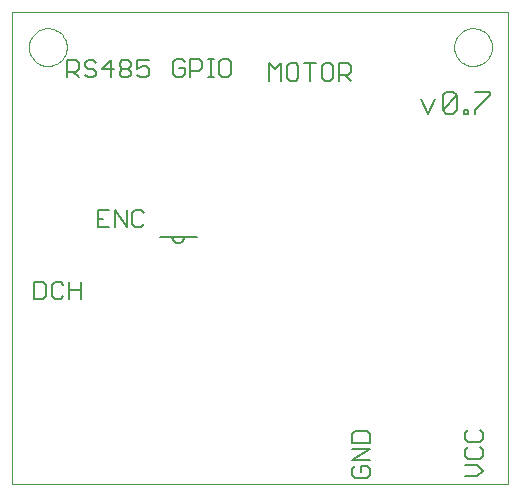
<source format=gto>
G04 This is an RS-274x file exported by *
G04 gerbv version 2.6.1 *
G04 More information is available about gerbv at *
G04 http://gerbv.geda-project.org/ *
G04 --End of header info--*
%MOIN*%
%FSLAX34Y34*%
%IPPOS*%
G04 --Define apertures--*
%ADD10C,0.0000*%
%ADD11C,0.0050*%
%ADD12C,0.0060*%
%ADD13C,0.0020*%
%ADD14R,0.0059X0.0118*%
%ADD15R,0.0118X0.0118*%
%ADD16C,0.0080*%
%ADD17C,0.0040*%
G04 --Start main section--*
G54D10*
G01X0000159Y0001847D02*
G01X0000159Y0017595D01*
G01X0000159Y0017595D02*
G01X0016694Y0017595D01*
G01X0016694Y0017595D02*
G01X0016694Y0001847D01*
G01X0016694Y0001847D02*
G01X0000159Y0001847D01*
G01X0000710Y0016414D02*
G01X0000712Y0016464D01*
G01X0000712Y0016464D02*
G01X0000718Y0016514D01*
G01X0000718Y0016514D02*
G01X0000728Y0016563D01*
G01X0000728Y0016563D02*
G01X0000742Y0016611D01*
G01X0000742Y0016611D02*
G01X0000759Y0016658D01*
G01X0000759Y0016658D02*
G01X0000780Y0016703D01*
G01X0000780Y0016703D02*
G01X0000805Y0016747D01*
G01X0000805Y0016747D02*
G01X0000833Y0016788D01*
G01X0000833Y0016788D02*
G01X0000865Y0016827D01*
G01X0000865Y0016827D02*
G01X0000899Y0016864D01*
G01X0000899Y0016864D02*
G01X0000936Y0016898D01*
G01X0000936Y0016898D02*
G01X0000976Y0016928D01*
G01X0000976Y0016928D02*
G01X0001018Y0016955D01*
G01X0001018Y0016955D02*
G01X0001062Y0016979D01*
G01X0001062Y0016979D02*
G01X0001108Y0017000D01*
G01X0001108Y0017000D02*
G01X0001155Y0017016D01*
G01X0001155Y0017016D02*
G01X0001203Y0017029D01*
G01X0001203Y0017029D02*
G01X0001253Y0017038D01*
G01X0001253Y0017038D02*
G01X0001302Y0017043D01*
G01X0001302Y0017043D02*
G01X0001353Y0017044D01*
G01X0001353Y0017044D02*
G01X0001403Y0017041D01*
G01X0001403Y0017041D02*
G01X0001452Y0017034D01*
G01X0001452Y0017034D02*
G01X0001501Y0017023D01*
G01X0001501Y0017023D02*
G01X0001549Y0017008D01*
G01X0001549Y0017008D02*
G01X0001595Y0016990D01*
G01X0001595Y0016990D02*
G01X0001640Y0016968D01*
G01X0001640Y0016968D02*
G01X0001683Y0016942D01*
G01X0001683Y0016942D02*
G01X0001724Y0016913D01*
G01X0001724Y0016913D02*
G01X0001763Y0016881D01*
G01X0001763Y0016881D02*
G01X0001799Y0016846D01*
G01X0001799Y0016846D02*
G01X0001831Y0016808D01*
G01X0001831Y0016808D02*
G01X0001861Y0016768D01*
G01X0001861Y0016768D02*
G01X0001888Y0016725D01*
G01X0001888Y0016725D02*
G01X0001911Y0016681D01*
G01X0001911Y0016681D02*
G01X0001930Y0016635D01*
G01X0001930Y0016635D02*
G01X0001946Y0016587D01*
G01X0001946Y0016587D02*
G01X0001958Y0016538D01*
G01X0001958Y0016538D02*
G01X0001966Y0016489D01*
G01X0001966Y0016489D02*
G01X0001970Y0016439D01*
G01X0001970Y0016439D02*
G01X0001970Y0016389D01*
G01X0001970Y0016389D02*
G01X0001966Y0016339D01*
G01X0001966Y0016339D02*
G01X0001958Y0016290D01*
G01X0001958Y0016290D02*
G01X0001946Y0016241D01*
G01X0001946Y0016241D02*
G01X0001930Y0016193D01*
G01X0001930Y0016193D02*
G01X0001911Y0016147D01*
G01X0001911Y0016147D02*
G01X0001888Y0016103D01*
G01X0001888Y0016103D02*
G01X0001861Y0016060D01*
G01X0001861Y0016060D02*
G01X0001831Y0016020D01*
G01X0001831Y0016020D02*
G01X0001799Y0015982D01*
G01X0001799Y0015982D02*
G01X0001763Y0015947D01*
G01X0001763Y0015947D02*
G01X0001724Y0015915D01*
G01X0001724Y0015915D02*
G01X0001683Y0015886D01*
G01X0001683Y0015886D02*
G01X0001640Y0015860D01*
G01X0001640Y0015860D02*
G01X0001595Y0015838D01*
G01X0001595Y0015838D02*
G01X0001549Y0015820D01*
G01X0001549Y0015820D02*
G01X0001501Y0015805D01*
G01X0001501Y0015805D02*
G01X0001452Y0015794D01*
G01X0001452Y0015794D02*
G01X0001403Y0015787D01*
G01X0001403Y0015787D02*
G01X0001353Y0015784D01*
G01X0001353Y0015784D02*
G01X0001302Y0015785D01*
G01X0001302Y0015785D02*
G01X0001253Y0015790D01*
G01X0001253Y0015790D02*
G01X0001203Y0015799D01*
G01X0001203Y0015799D02*
G01X0001155Y0015812D01*
G01X0001155Y0015812D02*
G01X0001108Y0015828D01*
G01X0001108Y0015828D02*
G01X0001062Y0015849D01*
G01X0001062Y0015849D02*
G01X0001018Y0015873D01*
G01X0001018Y0015873D02*
G01X0000976Y0015900D01*
G01X0000976Y0015900D02*
G01X0000936Y0015930D01*
G01X0000936Y0015930D02*
G01X0000899Y0015964D01*
G01X0000899Y0015964D02*
G01X0000865Y0016001D01*
G01X0000865Y0016001D02*
G01X0000833Y0016040D01*
G01X0000833Y0016040D02*
G01X0000805Y0016081D01*
G01X0000805Y0016081D02*
G01X0000780Y0016125D01*
G01X0000780Y0016125D02*
G01X0000759Y0016170D01*
G01X0000759Y0016170D02*
G01X0000742Y0016217D01*
G01X0000742Y0016217D02*
G01X0000728Y0016265D01*
G01X0000728Y0016265D02*
G01X0000718Y0016314D01*
G01X0000718Y0016314D02*
G01X0000712Y0016364D01*
G01X0000712Y0016364D02*
G01X0000710Y0016414D01*
G01X0014883Y0016414D02*
G01X0014885Y0016464D01*
G01X0014885Y0016464D02*
G01X0014891Y0016514D01*
G01X0014891Y0016514D02*
G01X0014901Y0016563D01*
G01X0014901Y0016563D02*
G01X0014915Y0016611D01*
G01X0014915Y0016611D02*
G01X0014932Y0016658D01*
G01X0014932Y0016658D02*
G01X0014953Y0016703D01*
G01X0014953Y0016703D02*
G01X0014978Y0016747D01*
G01X0014978Y0016747D02*
G01X0015006Y0016788D01*
G01X0015006Y0016788D02*
G01X0015038Y0016827D01*
G01X0015038Y0016827D02*
G01X0015072Y0016864D01*
G01X0015072Y0016864D02*
G01X0015109Y0016898D01*
G01X0015109Y0016898D02*
G01X0015149Y0016928D01*
G01X0015149Y0016928D02*
G01X0015191Y0016955D01*
G01X0015191Y0016955D02*
G01X0015235Y0016979D01*
G01X0015235Y0016979D02*
G01X0015281Y0017000D01*
G01X0015281Y0017000D02*
G01X0015328Y0017016D01*
G01X0015328Y0017016D02*
G01X0015376Y0017029D01*
G01X0015376Y0017029D02*
G01X0015426Y0017038D01*
G01X0015426Y0017038D02*
G01X0015475Y0017043D01*
G01X0015475Y0017043D02*
G01X0015526Y0017044D01*
G01X0015526Y0017044D02*
G01X0015576Y0017041D01*
G01X0015576Y0017041D02*
G01X0015625Y0017034D01*
G01X0015625Y0017034D02*
G01X0015674Y0017023D01*
G01X0015674Y0017023D02*
G01X0015722Y0017008D01*
G01X0015722Y0017008D02*
G01X0015768Y0016990D01*
G01X0015768Y0016990D02*
G01X0015813Y0016968D01*
G01X0015813Y0016968D02*
G01X0015856Y0016942D01*
G01X0015856Y0016942D02*
G01X0015897Y0016913D01*
G01X0015897Y0016913D02*
G01X0015936Y0016881D01*
G01X0015936Y0016881D02*
G01X0015972Y0016846D01*
G01X0015972Y0016846D02*
G01X0016004Y0016808D01*
G01X0016004Y0016808D02*
G01X0016034Y0016768D01*
G01X0016034Y0016768D02*
G01X0016061Y0016725D01*
G01X0016061Y0016725D02*
G01X0016084Y0016681D01*
G01X0016084Y0016681D02*
G01X0016103Y0016635D01*
G01X0016103Y0016635D02*
G01X0016119Y0016587D01*
G01X0016119Y0016587D02*
G01X0016131Y0016538D01*
G01X0016131Y0016538D02*
G01X0016139Y0016489D01*
G01X0016139Y0016489D02*
G01X0016143Y0016439D01*
G01X0016143Y0016439D02*
G01X0016143Y0016389D01*
G01X0016143Y0016389D02*
G01X0016139Y0016339D01*
G01X0016139Y0016339D02*
G01X0016131Y0016290D01*
G01X0016131Y0016290D02*
G01X0016119Y0016241D01*
G01X0016119Y0016241D02*
G01X0016103Y0016193D01*
G01X0016103Y0016193D02*
G01X0016084Y0016147D01*
G01X0016084Y0016147D02*
G01X0016061Y0016103D01*
G01X0016061Y0016103D02*
G01X0016034Y0016060D01*
G01X0016034Y0016060D02*
G01X0016004Y0016020D01*
G01X0016004Y0016020D02*
G01X0015972Y0015982D01*
G01X0015972Y0015982D02*
G01X0015936Y0015947D01*
G01X0015936Y0015947D02*
G01X0015897Y0015915D01*
G01X0015897Y0015915D02*
G01X0015856Y0015886D01*
G01X0015856Y0015886D02*
G01X0015813Y0015860D01*
G01X0015813Y0015860D02*
G01X0015768Y0015838D01*
G01X0015768Y0015838D02*
G01X0015722Y0015820D01*
G01X0015722Y0015820D02*
G01X0015674Y0015805D01*
G01X0015674Y0015805D02*
G01X0015625Y0015794D01*
G01X0015625Y0015794D02*
G01X0015576Y0015787D01*
G01X0015576Y0015787D02*
G01X0015526Y0015784D01*
G01X0015526Y0015784D02*
G01X0015475Y0015785D01*
G01X0015475Y0015785D02*
G01X0015426Y0015790D01*
G01X0015426Y0015790D02*
G01X0015376Y0015799D01*
G01X0015376Y0015799D02*
G01X0015328Y0015812D01*
G01X0015328Y0015812D02*
G01X0015281Y0015828D01*
G01X0015281Y0015828D02*
G01X0015235Y0015849D01*
G01X0015235Y0015849D02*
G01X0015191Y0015873D01*
G01X0015191Y0015873D02*
G01X0015149Y0015900D01*
G01X0015149Y0015900D02*
G01X0015109Y0015930D01*
G01X0015109Y0015930D02*
G01X0015072Y0015964D01*
G01X0015072Y0015964D02*
G01X0015038Y0016001D01*
G01X0015038Y0016001D02*
G01X0015006Y0016040D01*
G01X0015006Y0016040D02*
G01X0014978Y0016081D01*
G01X0014978Y0016081D02*
G01X0014953Y0016125D01*
G01X0014953Y0016125D02*
G01X0014932Y0016170D01*
G01X0014932Y0016170D02*
G01X0014915Y0016217D01*
G01X0014915Y0016217D02*
G01X0014901Y0016265D01*
G01X0014901Y0016265D02*
G01X0014891Y0016314D01*
G01X0014891Y0016314D02*
G01X0014885Y0016364D01*
G01X0014885Y0016364D02*
G01X0014883Y0016414D01*
G54D11*
G01X0011434Y0015781D02*
G01X0011434Y0015588D01*
G01X0011434Y0015588D02*
G01X0011338Y0015491D01*
G01X0011338Y0015491D02*
G01X0011047Y0015491D01*
G01X0011047Y0015298D02*
G01X0011047Y0015878D01*
G01X0011047Y0015878D02*
G01X0011338Y0015878D01*
G01X0011338Y0015878D02*
G01X0011434Y0015781D01*
G01X0011241Y0015491D02*
G01X0011434Y0015298D01*
G01X0010854Y0015394D02*
G01X0010854Y0015781D01*
G01X0010854Y0015781D02*
G01X0010758Y0015878D01*
G01X0010758Y0015878D02*
G01X0010564Y0015878D01*
G01X0010564Y0015878D02*
G01X0010467Y0015781D01*
G01X0010467Y0015781D02*
G01X0010467Y0015394D01*
G01X0010467Y0015394D02*
G01X0010564Y0015298D01*
G01X0010564Y0015298D02*
G01X0010758Y0015298D01*
G01X0010758Y0015298D02*
G01X0010854Y0015394D01*
G01X0010274Y0015878D02*
G01X0009887Y0015878D01*
G01X0010081Y0015878D02*
G01X0010081Y0015298D01*
G01X0009694Y0015394D02*
G01X0009694Y0015781D01*
G01X0009694Y0015781D02*
G01X0009598Y0015878D01*
G01X0009598Y0015878D02*
G01X0009404Y0015878D01*
G01X0009404Y0015878D02*
G01X0009307Y0015781D01*
G01X0009307Y0015781D02*
G01X0009307Y0015394D01*
G01X0009307Y0015394D02*
G01X0009404Y0015298D01*
G01X0009404Y0015298D02*
G01X0009598Y0015298D01*
G01X0009598Y0015298D02*
G01X0009694Y0015394D01*
G01X0009114Y0015298D02*
G01X0009114Y0015878D01*
G01X0009114Y0015878D02*
G01X0008921Y0015685D01*
G01X0008921Y0015685D02*
G01X0008727Y0015878D01*
G01X0008727Y0015878D02*
G01X0008727Y0015298D01*
G01X0007444Y0015520D02*
G01X0007444Y0015907D01*
G01X0007444Y0015907D02*
G01X0007348Y0016004D01*
G01X0007348Y0016004D02*
G01X0007154Y0016004D01*
G01X0007154Y0016004D02*
G01X0007058Y0015907D01*
G01X0007058Y0015907D02*
G01X0007058Y0015520D01*
G01X0007058Y0015520D02*
G01X0007154Y0015424D01*
G01X0007154Y0015424D02*
G01X0007348Y0015424D01*
G01X0007348Y0015424D02*
G01X0007444Y0015520D01*
G01X0006864Y0015424D02*
G01X0006671Y0015424D01*
G01X0006768Y0015424D02*
G01X0006768Y0016004D01*
G01X0006864Y0016004D02*
G01X0006671Y0016004D01*
G01X0006478Y0015907D02*
G01X0006478Y0015714D01*
G01X0006478Y0015714D02*
G01X0006381Y0015617D01*
G01X0006381Y0015617D02*
G01X0006091Y0015617D01*
G01X0006091Y0015424D02*
G01X0006091Y0016004D01*
G01X0006091Y0016004D02*
G01X0006381Y0016004D01*
G01X0006381Y0016004D02*
G01X0006478Y0015907D01*
G01X0005898Y0015907D02*
G01X0005801Y0016004D01*
G01X0005801Y0016004D02*
G01X0005608Y0016004D01*
G01X0005608Y0016004D02*
G01X0005511Y0015907D01*
G01X0005511Y0015907D02*
G01X0005511Y0015520D01*
G01X0005511Y0015520D02*
G01X0005608Y0015424D01*
G01X0005608Y0015424D02*
G01X0005801Y0015424D01*
G01X0005801Y0015424D02*
G01X0005898Y0015520D01*
G01X0005898Y0015520D02*
G01X0005898Y0015714D01*
G01X0005898Y0015714D02*
G01X0005704Y0015714D01*
G01X0004698Y0015694D02*
G01X0004698Y0015501D01*
G01X0004698Y0015501D02*
G01X0004601Y0015404D01*
G01X0004601Y0015404D02*
G01X0004408Y0015404D01*
G01X0004408Y0015404D02*
G01X0004311Y0015501D01*
G01X0004118Y0015501D02*
G01X0004021Y0015404D01*
G01X0004021Y0015404D02*
G01X0003828Y0015404D01*
G01X0003828Y0015404D02*
G01X0003731Y0015501D01*
G01X0003731Y0015501D02*
G01X0003731Y0015597D01*
G01X0003731Y0015597D02*
G01X0003828Y0015694D01*
G01X0003828Y0015694D02*
G01X0004021Y0015694D01*
G01X0004021Y0015694D02*
G01X0004118Y0015597D01*
G01X0004118Y0015597D02*
G01X0004118Y0015501D01*
G01X0004021Y0015694D02*
G01X0004118Y0015791D01*
G01X0004118Y0015791D02*
G01X0004118Y0015888D01*
G01X0004118Y0015888D02*
G01X0004021Y0015984D01*
G01X0004021Y0015984D02*
G01X0003828Y0015984D01*
G01X0003828Y0015984D02*
G01X0003731Y0015888D01*
G01X0003731Y0015888D02*
G01X0003731Y0015791D01*
G01X0003731Y0015791D02*
G01X0003828Y0015694D01*
G01X0003538Y0015694D02*
G01X0003151Y0015694D01*
G01X0003151Y0015694D02*
G01X0003441Y0015984D01*
G01X0003441Y0015984D02*
G01X0003441Y0015404D01*
G01X0002958Y0015501D02*
G01X0002861Y0015404D01*
G01X0002861Y0015404D02*
G01X0002668Y0015404D01*
G01X0002668Y0015404D02*
G01X0002571Y0015501D01*
G01X0002378Y0015404D02*
G01X0002185Y0015597D01*
G01X0002281Y0015597D02*
G01X0001991Y0015597D01*
G01X0001991Y0015404D02*
G01X0001991Y0015984D01*
G01X0001991Y0015984D02*
G01X0002281Y0015984D01*
G01X0002281Y0015984D02*
G01X0002378Y0015888D01*
G01X0002378Y0015888D02*
G01X0002378Y0015694D01*
G01X0002378Y0015694D02*
G01X0002281Y0015597D01*
G01X0002571Y0015791D02*
G01X0002571Y0015888D01*
G01X0002571Y0015888D02*
G01X0002668Y0015984D01*
G01X0002668Y0015984D02*
G01X0002861Y0015984D01*
G01X0002861Y0015984D02*
G01X0002958Y0015888D01*
G01X0002861Y0015694D02*
G01X0002958Y0015597D01*
G01X0002958Y0015597D02*
G01X0002958Y0015501D01*
G01X0002861Y0015694D02*
G01X0002668Y0015694D01*
G01X0002668Y0015694D02*
G01X0002571Y0015791D01*
G01X0004311Y0015694D02*
G01X0004505Y0015791D01*
G01X0004505Y0015791D02*
G01X0004601Y0015791D01*
G01X0004601Y0015791D02*
G01X0004698Y0015694D01*
G01X0004698Y0015984D02*
G01X0004311Y0015984D01*
G01X0004311Y0015984D02*
G01X0004311Y0015694D01*
G01X0004449Y0010992D02*
G01X0004256Y0010992D01*
G01X0004256Y0010992D02*
G01X0004159Y0010895D01*
G01X0004159Y0010895D02*
G01X0004159Y0010508D01*
G01X0004159Y0010508D02*
G01X0004256Y0010412D01*
G01X0004256Y0010412D02*
G01X0004449Y0010412D01*
G01X0004449Y0010412D02*
G01X0004546Y0010508D01*
G01X0004546Y0010895D02*
G01X0004449Y0010992D01*
G01X0003966Y0010992D02*
G01X0003966Y0010412D01*
G01X0003966Y0010412D02*
G01X0003579Y0010992D01*
G01X0003579Y0010992D02*
G01X0003579Y0010412D01*
G01X0003386Y0010412D02*
G01X0002999Y0010412D01*
G01X0002999Y0010412D02*
G01X0002999Y0010992D01*
G01X0002999Y0010992D02*
G01X0003386Y0010992D01*
G01X0003192Y0010702D02*
G01X0002999Y0010702D01*
G01X0002440Y0008595D02*
G01X0002440Y0008014D01*
G01X0002440Y0008304D02*
G01X0002053Y0008304D01*
G01X0001860Y0008111D02*
G01X0001763Y0008014D01*
G01X0001763Y0008014D02*
G01X0001569Y0008014D01*
G01X0001569Y0008014D02*
G01X0001473Y0008111D01*
G01X0001473Y0008111D02*
G01X0001473Y0008498D01*
G01X0001473Y0008498D02*
G01X0001569Y0008595D01*
G01X0001569Y0008595D02*
G01X0001763Y0008595D01*
G01X0001763Y0008595D02*
G01X0001860Y0008498D01*
G01X0002053Y0008595D02*
G01X0002053Y0008014D01*
G01X0001280Y0008111D02*
G01X0001280Y0008498D01*
G01X0001280Y0008498D02*
G01X0001183Y0008595D01*
G01X0001183Y0008595D02*
G01X0000893Y0008595D01*
G01X0000893Y0008595D02*
G01X0000893Y0008014D01*
G01X0000893Y0008014D02*
G01X0001183Y0008014D01*
G01X0001183Y0008014D02*
G01X0001280Y0008111D01*
G01X0011483Y0003519D02*
G01X0011483Y0003229D01*
G01X0011483Y0003229D02*
G01X0012063Y0003229D01*
G01X0012063Y0003229D02*
G01X0012063Y0003519D01*
G01X0012063Y0003519D02*
G01X0011966Y0003616D01*
G01X0011966Y0003616D02*
G01X0011580Y0003616D01*
G01X0011580Y0003616D02*
G01X0011483Y0003519D01*
G01X0011483Y0003036D02*
G01X0012063Y0003036D01*
G01X0012063Y0003036D02*
G01X0011483Y0002649D01*
G01X0011483Y0002649D02*
G01X0012063Y0002649D01*
G01X0011966Y0002456D02*
G01X0011773Y0002456D01*
G01X0011773Y0002456D02*
G01X0011773Y0002263D01*
G01X0011580Y0002456D02*
G01X0011483Y0002359D01*
G01X0011483Y0002359D02*
G01X0011483Y0002166D01*
G01X0011483Y0002166D02*
G01X0011580Y0002069D01*
G01X0011580Y0002069D02*
G01X0011966Y0002069D01*
G01X0011966Y0002069D02*
G01X0012063Y0002166D01*
G01X0012063Y0002166D02*
G01X0012063Y0002359D01*
G01X0012063Y0002359D02*
G01X0011966Y0002456D01*
G01X0015262Y0002496D02*
G01X0015649Y0002496D01*
G01X0015649Y0002496D02*
G01X0015843Y0002302D01*
G01X0015843Y0002302D02*
G01X0015649Y0002109D01*
G01X0015649Y0002109D02*
G01X0015262Y0002109D01*
G01X0015359Y0002689D02*
G01X0015262Y0002785D01*
G01X0015262Y0002785D02*
G01X0015262Y0002979D01*
G01X0015262Y0002979D02*
G01X0015359Y0003076D01*
G01X0015359Y0003269D02*
G01X0015262Y0003365D01*
G01X0015262Y0003365D02*
G01X0015262Y0003559D01*
G01X0015262Y0003559D02*
G01X0015359Y0003656D01*
G01X0015746Y0003656D02*
G01X0015843Y0003559D01*
G01X0015843Y0003559D02*
G01X0015843Y0003365D01*
G01X0015843Y0003365D02*
G01X0015746Y0003269D01*
G01X0015746Y0003269D02*
G01X0015359Y0003269D01*
G01X0015746Y0003076D02*
G01X0015843Y0002979D01*
G01X0015843Y0002979D02*
G01X0015843Y0002785D01*
G01X0015843Y0002785D02*
G01X0015746Y0002689D01*
G01X0015746Y0002689D02*
G01X0015359Y0002689D01*
G54D12*
G01X0006311Y0010091D02*
G01X0005891Y0010091D01*
G01X0005891Y0010091D02*
G01X0005491Y0010091D01*
G01X0005491Y0010091D02*
G01X0005071Y0010091D01*
G01X0005891Y0010091D02*
G01X0005889Y0010064D01*
G01X0005889Y0010064D02*
G01X0005884Y0010037D01*
G01X0005884Y0010037D02*
G01X0005874Y0010011D01*
G01X0005874Y0010011D02*
G01X0005862Y0009987D01*
G01X0005862Y0009987D02*
G01X0005846Y0009965D01*
G01X0005846Y0009965D02*
G01X0005828Y0009945D01*
G01X0005828Y0009945D02*
G01X0005806Y0009928D01*
G01X0005806Y0009928D02*
G01X0005783Y0009913D01*
G01X0005783Y0009913D02*
G01X0005758Y0009903D01*
G01X0005758Y0009903D02*
G01X0005732Y0009895D01*
G01X0005732Y0009895D02*
G01X0005705Y0009891D01*
G01X0005705Y0009891D02*
G01X0005677Y0009891D01*
G01X0005677Y0009891D02*
G01X0005650Y0009895D01*
G01X0005650Y0009895D02*
G01X0005624Y0009903D01*
G01X0005624Y0009903D02*
G01X0005599Y0009913D01*
G01X0005599Y0009913D02*
G01X0005576Y0009928D01*
G01X0005576Y0009928D02*
G01X0005554Y0009945D01*
G01X0005554Y0009945D02*
G01X0005536Y0009965D01*
G01X0005536Y0009965D02*
G01X0005520Y0009987D01*
G01X0005520Y0009987D02*
G01X0005508Y0010011D01*
G01X0005508Y0010011D02*
G01X0005498Y0010037D01*
G01X0005498Y0010037D02*
G01X0005493Y0010064D01*
G01X0005493Y0010064D02*
G01X0005491Y0010091D01*
G01X0014014Y0014200D02*
G01X0013772Y0014686D01*
G01X0014257Y0014686D02*
G01X0014014Y0014200D01*
G01X0014497Y0014322D02*
G01X0014618Y0014200D01*
G01X0014618Y0014200D02*
G01X0014861Y0014200D01*
G01X0014861Y0014200D02*
G01X0014982Y0014322D01*
G01X0014982Y0014322D02*
G01X0014982Y0014807D01*
G01X0014982Y0014807D02*
G01X0014497Y0014322D01*
G01X0014497Y0014322D02*
G01X0014497Y0014807D01*
G01X0014497Y0014807D02*
G01X0014618Y0014928D01*
G01X0014618Y0014928D02*
G01X0014861Y0014928D01*
G01X0014861Y0014928D02*
G01X0014982Y0014807D01*
G01X0015222Y0014322D02*
G01X0015343Y0014322D01*
G01X0015343Y0014322D02*
G01X0015343Y0014200D01*
G01X0015343Y0014200D02*
G01X0015222Y0014200D01*
G01X0015222Y0014200D02*
G01X0015222Y0014322D01*
G01X0015584Y0014322D02*
G01X0015584Y0014200D01*
G01X0015584Y0014322D02*
G01X0016070Y0014807D01*
G01X0016070Y0014807D02*
G01X0016070Y0014928D01*
G01X0016070Y0014928D02*
G01X0015584Y0014928D01*
M02*

</source>
